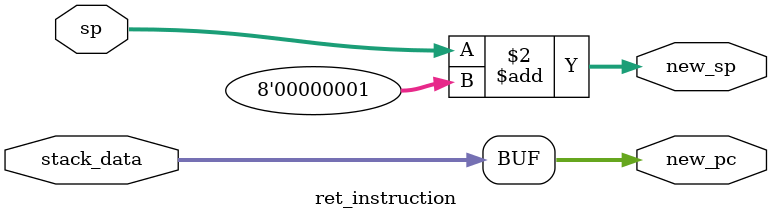
<source format=v>
module ret_instruction (
input [7:0] sp,
input [18:0] stack_data,
output reg [18:0] new_pc,
output reg [7:0] new_sp
);


always @(*) begin
    new_sp = sp + 8'b01;   //incrament....
    new_pc = stack_data;
end
endmodule   // let's go to testbench
</source>
